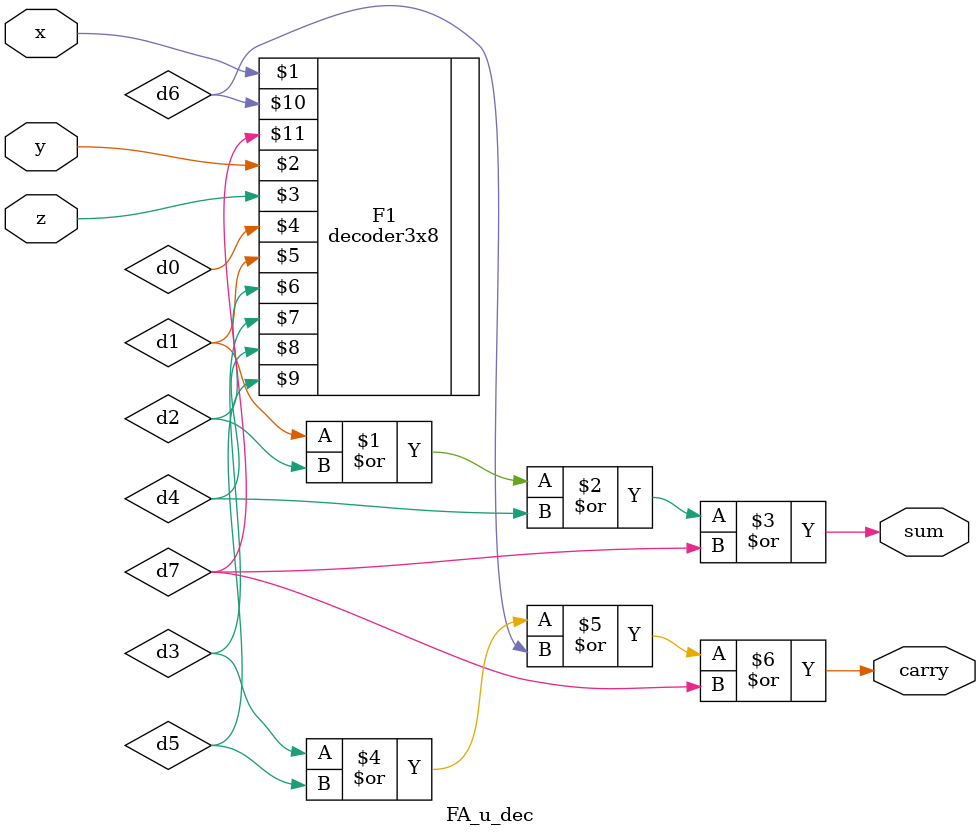
<source format=v>
module FA_u_dec(x,y,z,sum,carry);
input  x,y,z;
output sum,carry;
wire d0,d1,d2,d3,d4,d5,d6,d7;

decoder3x8 F1(x,y,z,d0,d1,d2,d3,d4,d5,d6,d7);
//assign sum = ((d1)|(d3)|(d5)|(d7));
or g1(sum,d1,d2,d4,d7);
or g2(carry,d3,d5,d6,d7);
endmodule

</source>
